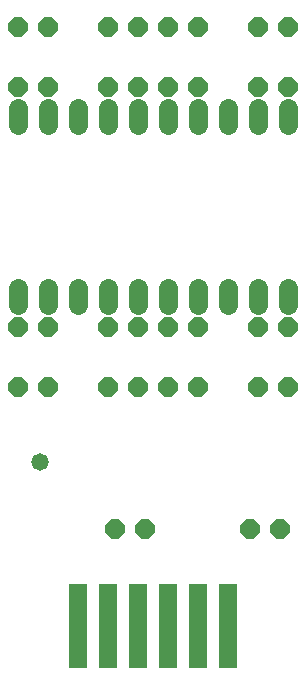
<source format=gbs>
G75*
G70*
%OFA0B0*%
%FSLAX24Y24*%
%IPPOS*%
%LPD*%
%AMOC8*
5,1,8,0,0,1.08239X$1,22.5*
%
%ADD10C,0.0640*%
%ADD11OC8,0.0640*%
%ADD12R,0.0600X0.2836*%
%ADD13C,0.0580*%
D10*
X001181Y012355D02*
X001181Y012915D01*
X002181Y012915D02*
X002181Y012355D01*
X003181Y012355D02*
X003181Y012915D01*
X004181Y012915D02*
X004181Y012355D01*
X005181Y012355D02*
X005181Y012915D01*
X006181Y012915D02*
X006181Y012355D01*
X007181Y012355D02*
X007181Y012915D01*
X008181Y012915D02*
X008181Y012355D01*
X009181Y012355D02*
X009181Y012915D01*
X010181Y012915D02*
X010181Y012355D01*
X010181Y018355D02*
X010181Y018915D01*
X009181Y018915D02*
X009181Y018355D01*
X008181Y018355D02*
X008181Y018915D01*
X007181Y018915D02*
X007181Y018355D01*
X006181Y018355D02*
X006181Y018915D01*
X005181Y018915D02*
X005181Y018355D01*
X004181Y018355D02*
X004181Y018915D01*
X003181Y018915D02*
X003181Y018355D01*
X002181Y018355D02*
X002181Y018915D01*
X001181Y018915D02*
X001181Y018355D01*
D11*
X001181Y019635D03*
X001181Y021635D03*
X002181Y021635D03*
X002181Y019635D03*
X004181Y019635D03*
X005181Y019635D03*
X006181Y019635D03*
X007181Y019635D03*
X007181Y021635D03*
X006181Y021635D03*
X005181Y021635D03*
X004181Y021635D03*
X004181Y011635D03*
X005181Y011635D03*
X006181Y011635D03*
X007181Y011635D03*
X007181Y009635D03*
X006181Y009635D03*
X005181Y009635D03*
X004181Y009635D03*
X002181Y009635D03*
X002181Y011635D03*
X001181Y011635D03*
X001181Y009635D03*
X004431Y004885D03*
X005431Y004885D03*
X008931Y004885D03*
X009931Y004885D03*
X010181Y009635D03*
X009181Y009635D03*
X009181Y011635D03*
X010181Y011635D03*
X010181Y019635D03*
X009181Y019635D03*
X009181Y021635D03*
X010181Y021635D03*
D12*
X003181Y001660D03*
X004181Y001660D03*
X005181Y001660D03*
X006181Y001660D03*
X007181Y001660D03*
X008181Y001660D03*
D13*
X001931Y007135D03*
M02*

</source>
